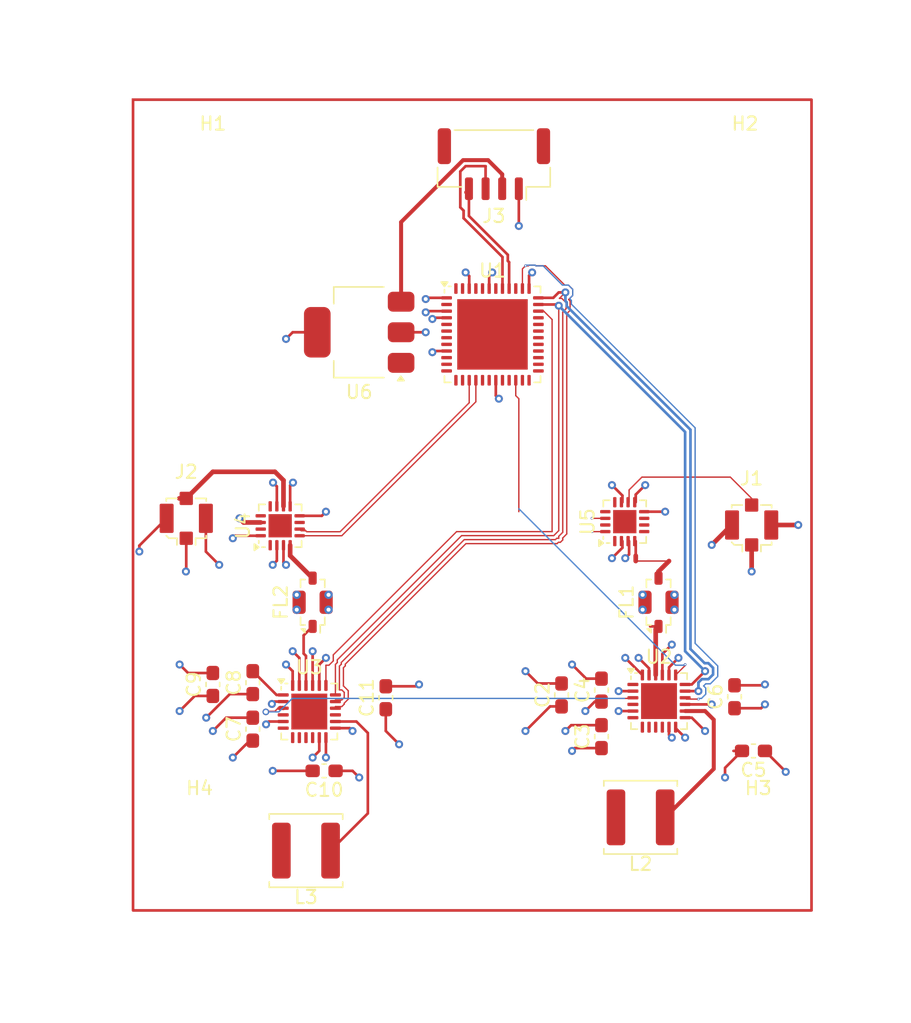
<source format=kicad_pcb>
(kicad_pcb (version 20241229) (generator "pcbnew") (generator_version "9.0")
  (layers (0 "F.Cu" signal) (4 "In1.Cu" signal) (6 "In2.Cu" signal) (2 "B.Cu" signal) (13 "F.Paste" user) (15 "B.Paste" user) (5 "F.SilkS" user "F.Silkscreen") (7 "B.SilkS" user "B.Silkscreen") (1 "F.Mask" user) (3 "B.Mask" user) (25 "Edge.Cuts" user))
  (net 0 "")
  (net 1 "GND")
  (net 2 "Net-(U2-VR_PA)")
  (net 3 "+3.3V")
  (net 4 "Net-(U3-VR_PA)")
  (net 5 "Net-(FL1-GND-Pad2)")
  (net 6 "Net-(FL1-OUT)")
  (net 7 "Net-(FL2-GND-Pad2)")
  (net 8 "Net-(FL2-OUT)")
  (net 9 "Net-(J1-In)")
  (net 10 "unconnected-(J2-Ext-Pad2)")
  (net 11 "Net-(J2-In)")
  (net 12 "/VCC")
  (net 13 "Net-(U2-DCC_SW)")
  (net 14 "Net-(U3-DCC_SW)")
  (net 15 "/CS1")
  (net 22 "/MOSI")
  (net 31 "/SCK")
  (net 33 "/TX")
  (net 39 "/RXENO")
  (net 42 "/TXENO")
  (net 46 "/CS0")
  (net 50 "/TXEN1")
  (net 53 "Net-(U2-XTB)")
  (net 56 "/NRESET")
  (net 57 "/MISO")
  (net 59 "Net-(U2-XTA)")
  (net 61 "Net-(U3-XTA)")
  (net 65 "Net-(U3-XTB)")
  (net 74 "rx")
  (footprint "Package_DFN_QFN:QFN-16-1EP_3x3mm_P0.5mm_EP1.75x1.75mm" (layer "F.Cu") (at 218.9625 103.75 90)
    (property "Reference" "U5")
    (property "Value" "~")
  )
  (footprint "Package_DFN_QFN:QFN-24-1EP_4x4mm_P0.5mm_EP2.7x2.7mm" (layer "F.Cu") (at 195.25 118.0375)
    (property "Reference" "U3")
    (property "Value" "~")
  )
  (footprint "MountingHole:MountingHole_3.2mm_M3" (layer "F.Cu") (at 229 128)
    (property "Reference" "H3")
    (property "Value" "MountingHole")
  )
  (footprint "Capacitor_SMD:C_0603_1608Metric_Pad1.08x0.95mm_HandSolder" (layer "F.Cu") (at 201 117 90)
    (property "Reference" "C11")
    (property "Value" "100nF")
  )
  (footprint "Capacitor_SMD:C_0603_1608Metric_Pad1.08x0.95mm_HandSolder" (layer "F.Cu") (at 191 119.3625 90)
    (property "Reference" "C7")
    (property "Value" "10nF")
  )
  (footprint "MountingHole:MountingHole_3.2mm_M3" (layer "F.Cu") (at 187 128)
    (property "Reference" "H4")
    (property "Value" "MountingHole")
  )
  (footprint "Capacitor_SMD:C_0603_1608Metric_Pad1.08x0.95mm_HandSolder" (layer "F.Cu") (at 191 115.8625 90)
    (property "Reference" "C8")
    (property "Value" "10nF")
  )
  (footprint "Capacitor_SMD:C_0603_1608Metric_Pad1.08x0.95mm_HandSolder" (layer "F.Cu") (at 227.2125 116.925 90)
    (property "Reference" "C6")
    (property "Value" "100nF")
  )
  (footprint "Inductor_SMD:L_APV_ANR5045" (layer "F.Cu") (at 220.15 126 180)
    (property "Reference" "L2")
    (property "Value" "15uH KPL-SE9040-150")
  )
  (footprint "Capacitor_SMD:C_0603_1608Metric_Pad1.08x0.95mm_HandSolder" (layer "F.Cu") (at 217.2125 119.925 90)
    (property "Reference" "C3")
    (property "Value" "10nF")
  )
  (footprint "MountingHole:MountingHole_3.2mm_M3" (layer "F.Cu") (at 228 78)
    (property "Reference" "H2")
    (property "Value" "MountingHole")
  )
  (footprint "Package_TO_SOT_SMD:SOT-223-3_TabPin2" (layer "F.Cu") (at 199 89.5 180)
    (property "Reference" "U6")
    (property "Value" "~")
  )
  (footprint "Connector_Coaxial:U.FL_Molex_MCRF_73412-0110_Vertical" (layer "F.Cu") (at 186 103.5 180)
    (property "Reference" "J2")
    (property "Value" "Conn_Coaxial")
  )
  (footprint "Package_DFN_QFN:QFN-16-1EP_3x3mm_P0.5mm_EP1.75x1.75mm" (layer "F.Cu") (at 193.06 104.06 90)
    (property "Reference" "U4")
    (property "Value" "~")
  )
  (footprint "Capacitor_SMD:C_0603_1608Metric_Pad1.08x0.95mm_HandSolder" (layer "F.Cu") (at 188 116 90)
    (property "Reference" "C9")
    (property "Value" "470nF")
  )
  (footprint "Filter:Filter_Mini-Circuits_FV1206-4" (layer "F.Cu") (at 221.5 109.815 90)
    (property "Reference" "FL1")
    (property "Value" "BFCN-2450")
  )
  (footprint "Connector_JST:JST_GH_SM04B-GHS-TB_1x04-1MP_P1.25mm_Horizontal" (layer "F.Cu") (at 209.125 76.85 180)
    (property "Reference" "J3")
    (property "Value" "Conn_01x04_Pin")
  )
  (footprint "Capacitor_SMD:C_0603_1608Metric_Pad1.08x0.95mm_HandSolder" (layer "F.Cu") (at 214.2125 116.7875 90)
    (property "Reference" "C2")
    (property "Value" "10nF")
  )
  (footprint "Filter:Filter_Mini-Circuits_FV1206-4" (layer "F.Cu") (at 195.5 109.815 90)
    (property "Reference" "FL2")
    (property "Value" "BFCN-2450")
  )
  (footprint "Capacitor_SMD:C_0603_1608Metric_Pad1.08x0.95mm_HandSolder" (layer "F.Cu") (at 217.2125 116.425 90)
    (property "Reference" "C4")
    (property "Value" "470nF")
  )
  (footprint "Inductor_SMD:L_APV_ANR5045" (layer "F.Cu") (at 195 128.5 180)
    (property "Reference" "L3")
    (property "Value" "15uH KPL-SE9040-150")
  )
  (footprint "Connector_Coaxial:U.FL_Molex_MCRF_73412-0110_Vertical" (layer "F.Cu") (at 228.5 104 180)
    (property "Reference" "J1")
    (property "Value" "Conn_Coaxial")
  )
  (footprint "Package_DFN_QFN:QFN-24-1EP_4x4mm_P0.5mm_EP2.7x2.7mm" (layer "F.Cu") (at 221.5375 117.25)
    (property "Reference" "U2")
    (property "Value" "~")
  )
  (footprint "Package_DFN_QFN:QFN-48-1EP_7x7mm_P0.5mm_EP5.3x5.3mm" (layer "F.Cu") (at 209.02 89.66)
    (property "Reference" "U1")
    (property "Value" "ESP32-PICO-D4")
  )
  (footprint "Capacitor_SMD:C_0603_1608Metric_Pad1.08x0.95mm_HandSolder" (layer "F.Cu") (at 228.6375 121 180)
    (property "Reference" "C5")
    (property "Value" "100nF")
  )
  (footprint "Capacitor_SMD:C_0603_1608Metric_Pad1.08x0.95mm_HandSolder" (layer "F.Cu") (at 196.3625 122.5 180)
    (property "Reference" "C10")
    (property "Value" "100nF")
  )
  (footprint "MountingHole:MountingHole_3.2mm_M3" (layer "F.Cu") (at 188 78)
    (property "Reference" "H1")
    (property "Value" "MountingHole")
  )
  (gr_rect (start 182 72) (end 233 133) (stroke (width 0.2)) (fill no) (layer "F.Cu") (net 10))
  (segment (start 221.7875 113.7125) (end 222.5 113) (width 0.2) (layer "F.Cu") (net 1))
  (segment (start 211 78.7) (end 211 81.5) (width 0.2) (layer "F.Cu") (net 1))
  (segment (start 219.7875 101.7125) (end 219.7875 102.2875) (width 0.2) (layer "F.Cu") (net 1))
  (segment (start 193.81 101.0225) (end 194.0225 100.81) (width 0.2) (layer "F.Cu") (net 1))
  (segment (start 209.02 89.66) (end 209.02 89.48) (width 0.3) (layer "F.Cu") (net 1))
  (segment (start 227.775 121) (end 226.5 122.275) (width 0.2) (layer "F.Cu") (net 1))
  (segment (start 186.1375 115.1375) (end 185.5 114.5) (width 0.2) (layer "F.Cu") (net 1))
  (segment (start 221.7875 115.2875) (end 221.7875 113.7125) (width 0.2) (layer "F.Cu") (net 1))
  (segment (start 214.2125 117.65) (end 213.35 117.65) (width 0.2) (layer "F.Cu") (net 1))
  (segment (start 218 101) (end 218.7875 101.7875) (width 0.2) (layer "F.Cu") (net 1))
  (segment (start 192.81 101.0975) (end 192.5225 100.81) (width 0.2) (layer "F.Cu") (net 1))
  (segment (start 193.2875 118.7875) (end 192.2125 118.7875) (width 0.2) (layer "F.Cu") (net 1))
  (segment (start 196.19 103.31) (end 196.5 103) (width 0.2) (layer "F.Cu") (net 1))
  (segment (start 195.5 122.5) (end 192.5 122.5) (width 0.2) (layer "F.Cu") (net 1))
  (segment (start 196 114.5) (end 196.5 114) (width 0.2) (layer "F.Cu") (net 1))
  (segment (start 209.02 89.66) (end 209.02 90.02) (width 0.3) (layer "F.Cu") (net 1))
  (segment (start 219.575 118) (end 218.5 118) (width 0.2) (layer "F.Cu") (net 1))
  (segment (start 208.84 89.66) (end 209.02 89.66) (width 0.3) (layer "F.Cu") (net 1))
  (segment (start 217.2125 115.5625) (end 216.0625 115.5625) (width 0.2) (layer "F.Cu") (net 1))
  (segment (start 209.02 90.02) (end 211 92) (width 0.3) (layer "F.Cu") (net 1))
  (segment (start 193.31 106.81) (end 193.5 107) (width 0.2) (layer "F.Cu") (net 1))
  (segment (start 197.2125 119.2875) (end 198.2875 119.2875) (width 0.2) (layer "F.Cu") (net 1))
  (segment (start 208.84 89.66) (end 207 91.5) (width 0.3) (layer "F.Cu") (net 1))
  (segment (start 192.81 105.5225) (end 192.81 106.69) (width 0.2) (layer "F.Cu") (net 1))
  (segment (start 194.5 114) (end 194 113.5) (width 0.2) (layer "F.Cu") (net 1))
  (segment (start 191 116.725) (end 189.275 116.725) (width 0.2) (layer "F.Cu") (net 1))
  (segment (start 219.2875 106.2125) (end 219 106.5) (width 0.2) (layer "F.Cu") (net 1))
  (segment (start 218.7875 101.7875) (end 218.7875 102.2875) (width 0.2) (layer "F.Cu") (net 1))
  (segment (start 229.975 104) (end 232 104) (width 0.35) (layer "F.Cu") (net 1))
  (segment (start 190.775 120.225) (end 189.5 121.5) (width 0.2) (layer "F.Cu") (net 1))
  (segment (start 189.275 116.725) (end 187.5 118.5) (width 0.2) (layer "F.Cu") (net 1))
  (segment (start 192.81 106.69) (end 192.5 107) (width 0.2) (layer "F.Cu") (net 1))
  (segment (start 191 120.225) (end 190.775 120.225) (width 0.2) (layer "F.Cu") (net 1))
  (segment (start 228.5 105.5) (end 228.5 107.5) (width 0.35) (layer "F.Cu") (net 1))
  (segment (start 194.5 116.075) (end 194.5 114) (width 0.2) (layer "F.Cu") (net 1))
  (segment (start 203.3625 116.1375) (end 203.5 116) (width 0.2) (layer "F.Cu") (net 1))
  (segment (start 192.81 102.5975) (end 192.81 101.0975) (width 0.2) (layer "F.Cu") (net 1))
  (segment (start 223.5 118.5) (end 224 118.5) (width 0.2) (layer "F.Cu") (net 1))
  (segment (start 193.31 105.5225) (end 193.31 106.81) (width 0.2) (layer "F.Cu") (net 1))
  (segment (start 227.2125 116.0625) (end 229.4375 116.0625) (width 0.2) (layer "F.Cu") (net 1))
  (segment (start 209.02 89.48) (end 211 87.5) (width 0.3) (layer "F.Cu") (net 1))
  (segment (start 194.5225 103.31) (end 196.19 103.31) (width 0.2) (layer "F.Cu") (net 1))
  (segment (start 218 106.5) (end 218.7875 105.7125) (width 0.2) (layer "F.Cu") (net 1))
  (segment (start 218.7875 105.7125) (end 218.7875 105.2125) (width 0.2) (layer "F.Cu") (net 1))
  (segment (start 192.2125 118.7875) (end 192 119) (width 0.2) (layer "F.Cu") (net 1))
  (segment (start 188 115.1375) (end 186.1375 115.1375) (width 0.2) (layer "F.Cu") (net 1))
  (segment (start 220.2875 115.2875) (end 219 114) (width 0.2) (layer "F.Cu") (net 1))
  (segment (start 216.0625 115.5625) (end 215 114.5) (width 0.2) (layer "F.Cu") (net 1))
  (segment (start 220.5 103) (end 222 103) (width 0.2) (layer "F.Cu") (net 1))
  (segment (start 201 116.1375) (end 203.3625 116.1375) (width 0.2) (layer "F.Cu") (net 1))
  (segment (start 226.5 122.275) (end 226.5 123) (width 0.2) (layer "F.Cu") (net 1))
  (segment (start 198.2875 119.2875) (end 198.5 119.5) (width 0.2) (layer "F.Cu") (net 1))
  (segment (start 227.775 121) (end 227.1375 121) (width 0.2) (layer "F.Cu") (net 1))
  (segment (start 222.2875 115.2875) (end 222.2875 114.7125) (width 0.2) (layer "F.Cu") (net 1))
  (segment (start 227 104) (end 225.5 105.5) (width 0.35) (layer "F.Cu") (net 1))
  (segment (start 229.4375 116.0625) (end 229.5 116) (width 0.2) (layer "F.Cu") (net 1))
  (segment (start 224 118.5) (end 225 119.5) (width 0.2) (layer "F.Cu") (net 1))
  (segment (start 195.5 116.075) (end 195.5 113.5) (width 0.2) (layer "F.Cu") (net 1))
  (segment (start 196 116.075) (end 196 114.5) (width 0.2) (layer "F.Cu") (net 1))
  (segment (start 219.2875 105.2125) (end 219.2875 106.2125) (width 0.2) (layer "F.Cu") (net 1))
  (segment (start 194 116.075) (end 194 115) (width 0.2) (layer "F.Cu") (net 1))
  (segment (start 220.7875 115.2875) (end 220.7875 114.7875) (width 0.2) (layer "F.Cu") (net 1))
  (segment (start 209.02 89.66) (end 209.02 89.52) (width 0.3) (layer "F.Cu") (net 1))
  (segment (start 194 115) (end 193.5 114.5) (width 0.2) (layer "F.Cu") (net 1))
  (segment (start 227.025 104) (end 227 104) (width 0.35) (layer "F.Cu") (net 1))
  (segment (start 217.2125 115.5625) (end 217.0625 115.5625) (width 0.2) (layer "F.Cu") (net 1))
  (segment (start 222.2875 114.7125) (end 223 114) (width 0.2) (layer "F.Cu") (net 1))
  (segment (start 215.2125 120.7875) (end 215 121) (width 0.2) (layer "F.Cu") (net 1))
  (segment (start 193.81 102.5975) (end 193.81 101.0225) (width 0.2) (layer "F.Cu") (net 1))
  (segment (start 209.02 89.52) (end 207 87.5) (width 0.3) (layer "F.Cu") (net 1))
  (segment (start 220.5 101) (end 219.7875 101.7125) (width 0.2) (layer "F.Cu") (net 1))
  (segment (start 220.7875 114.7875) (end 220 114) (width 0.2) (layer "F.Cu") (net 1))
  (segment (start 217.2125 120.7875) (end 215.2125 120.7875) (width 0.2) (layer "F.Cu") (net 1))
  (segment (start 213.35 117.65) (end 211.5 119.5) (width 0.2) (layer "F.Cu") (net 1))
  (via (at 187.5 118.5) (size 0.6) (drill 0.3) (layers "F.Cu" "B.Cu") (net 1))
  (via (at 218.5 118) (size 0.6) (drill 0.3) (layers "F.Cu" "B.Cu") (net 1))
  (via (at 226.5 123) (size 0.6) (drill 0.3) (layers "F.Cu" "B.Cu") (net 1))
  (via (at 195.5 113.5) (size 0.6) (drill 0.3) (layers "F.Cu" "B.Cu") (net 1))
  (via (at 192.5225 100.81) (size 0.6) (drill 0.3) (layers "F.Cu" "B.Cu") (net 1))
  (via (at 196.5 114) (size 0.6) (drill 0.3) (layers "F.Cu" "B.Cu") (net 1))
  (via (at 225 119.5) (size 0.6) (drill 0.3) (layers "F.Cu" "B.Cu") (net 1))
  (via (at 220.5 101) (size 0.6) (drill 0.3) (layers "F.Cu" "B.Cu") (net 1))
  (via (at 215 121) (size 0.6) (drill 0.3) (layers "F.Cu" "B.Cu") (net 1))
  (via (at 218 106.5) (size 0.6) (drill 0.3) (layers "F.Cu" "B.Cu") (net 1))
  (via (at 228.5 107.5) (size 0.6) (drill 0.3) (layers "F.Cu" "B.Cu") (net 1))
  (via (at 222.5 113) (size 0.6) (drill 0.3) (layers "F.Cu" "B.Cu") (net 1))
  (via (at 219 106.5) (size 0.6) (drill 0.3) (layers "F.Cu" "B.Cu") (net 1))
  (via (at 225.5 105.5) (size 0.6) (drill 0.3) (layers "F.Cu" "B.Cu") (net 1))
  (via (at 192 119) (size 0.6) (drill 0.3) (layers "F.Cu" "B.Cu") (net 1))
  (via (at 223 114) (size 0.6) (drill 0.3) (layers "F.Cu" "B.Cu") (net 1))
  (via (at 220 114) (size 0.6) (drill 0.3) (layers "F.Cu" "B.Cu") (net 1))
  (via (at 194.0225 100.81) (size 0.6) (drill 0.3) (layers "F.Cu" "B.Cu") (net 1))
  (via (at 211.5 119.5) (size 0.6) (drill 0.3) (layers "F.Cu" "B.Cu") (net 1))
  (via (at 193.5 114.5) (size 0.6) (drill 0.3) (layers "F.Cu" "B.Cu") (net 1))
  (via (at 203.5 116) (size 0.6) (drill 0.3) (layers "F.Cu" "B.Cu") (net 1))
  (via (at 222 103) (size 0.6) (drill 0.3) (layers "F.Cu" "B.Cu") (net 1))
  (via (at 198.5 119.5) (size 0.6) (drill 0.3) (layers "F.Cu" "B.Cu") (net 1))
  (via (at 192.5 107) (size 0.6) (drill 0.3) (layers "F.Cu" "B.Cu") (net 1))
  (via (at 192.5 122.5) (size 0.6) (drill 0.3) (layers "F.Cu" "B.Cu") (net 1))
  (via (at 193.5 107) (size 0.6) (drill 0.3) (layers "F.Cu" "B.Cu") (net 1))
  (via (at 196.5 103) (size 0.6) (drill 0.3) (layers "F.Cu" "B.Cu") (net 1))
  (via (at 232 104) (size 0.6) (drill 0.3) (layers "F.Cu" "B.Cu") (net 1))
  (via (at 194 113.5) (size 0.6) (drill 0.3) (layers "F.Cu" "B.Cu") (net 1))
  (via (at 218 101) (size 0.6) (drill 0.3) (layers "F.Cu" "B.Cu") (net 1))
  (via (at 189.5 121.5) (size 0.6) (drill 0.3) (layers "F.Cu" "B.Cu") (net 1))
  (via (at 229.5 116) (size 0.6) (drill 0.3) (layers "F.Cu" "B.Cu") (net 1))
  (via (at 185.5 114.5) (size 0.6) (drill 0.3) (layers "F.Cu" "B.Cu") (net 1))
  (via (at 211 81.5) (size 0.6) (drill 0.3) (layers "F.Cu" "B.Cu") (net 1))
  (via (at 219 114) (size 0.6) (drill 0.3) (layers "F.Cu" "B.Cu") (net 1))
  (via (at 215 114.5) (size 0.6) (drill 0.3) (layers "F.Cu" "B.Cu") (net 1))
  (segment (start 205.57 88.41) (end 204.59 88.41) (width 0.2) (layer "F.Cu") (net 3))
  (segment (start 204.09 86.91) (end 204 87) (width 0.2) (layer "F.Cu") (net 3))
  (segment (start 205.57 90.91) (end 204.59 90.91) (width 0.2) (layer "F.Cu") (net 3))
  (segment (start 204.59 90.91) (end 204.5 91) (width 0.2) (layer "F.Cu") (net 3))
  (segment (start 201 117.8625) (end 201 119.5) (width 0.2) (layer "F.Cu") (net 3))
  (segment (start 217.2125 119.0625) (end 214.9375 119.0625) (width 0.2) (layer "F.Cu") (net 3))
  (segment (start 205.57 86.91) (end 204.09 86.91) (width 0.2) (layer "F.Cu") (net 3))
  (segment (start 217.5 103.5) (end 216.5 103.5) (width 0.1) (layer "F.Cu") (net 3))
  (segment (start 198.5 122.5) (end 199 123) (width 0.2) (layer "F.Cu") (net 3))
  (segment (start 212.425 115.925) (end 211.5 115) (width 0.2) (layer "F.Cu") (net 3))
  (segment (start 191.5975 104.81) (end 189.69 104.81) (width 0.2) (layer "F.Cu") (net 3))
  (segment (start 196 120) (end 196 121) (width 0.2) (layer "F.Cu") (net 3))
  (segment (start 196 121) (end 195.5 121.5) (width 0.2) (layer "F.Cu") (net 3))
  (segment (start 205.57 87.91) (end 204.09 87.91) (width 0.2) (layer "F.Cu") (net 3))
  (segment (start 189 118.5) (end 188 119.5) (width 0.2) (layer "F.Cu") (net 3))
  (segment (start 216.7125 117.2875) (end 216 118) (width 0.2) (layer "F.Cu") (net 3))
  (segment (start 204.59 88.41) (end 204.5 88.5) (width 0.2) (layer "F.Cu") (net 3))
  (segment (start 211.77 86.21) (end 211.77 85.23) (width 0.2) (layer "F.Cu") (net 3))
  (segment (start 217.2125 117.2875) (end 216.7125 117.2875) (width 0.2) (layer "F.Cu") (net 3))
  (segment (start 188 116.8625) (end 186.6375 116.8625) (width 0.2) (layer "F.Cu") (net 3))
  (segment (start 202.15 89.5) (end 204 89.5) (width 0.2) (layer "F.Cu") (net 3))
  (segment (start 191 118.5) (end 189 118.5) (width 0.2) (layer "F.Cu") (net 3))
  (segment (start 197.225 122.5) (end 198.5 122.5) (width 0.2) (layer "F.Cu") (net 3))
  (segment (start 190.31 103.81) (end 190 103.5) (width 0.35) (layer "F.Cu") (net 3))
  (segment (start 208.77 85.23) (end 209 85) (width 0.2) (layer "F.Cu") (net 3))
  (segment (start 194 89.5) (end 193.5 90) (width 0.2) (layer "F.Cu") (net 3))
  (segment (start 229.2125 117.7875) (end 229.5 117.5) (width 0.2) (layer "F.Cu") (net 3))
  (segment (start 229.5 121) (end 231.0625 122.5625) (width 0.2) (layer "F.Cu") (net 3))
  (segment (start 222.7875 119.2875) (end 223.5 120) (width 0.2) (layer "F.Cu") (net 3))
  (segment (start 225.5 117.5) (end 223.5 117.5) (width 0.2) (layer "F.Cu") (net 3))
  (segment (start 191.5975 103.81) (end 190.31 103.81) (width 0.35) (layer "F.Cu") (net 3))
  (segment (start 196.5 120) (end 196.5 121.5) (width 0.2) (layer "F.Cu") (net 3))
  (segment (start 207.27 85.27) (end 207 85) (width 0.2) (layer "F.Cu") (net 3))
  (segment (start 201 119.5) (end 202 120.5) (width 0.2) (layer "F.Cu") (net 3))
  (segment (start 186.6375 116.8625) (end 185.5 118) (width 0.2) (layer "F.Cu") (net 3))
  (segment (start 222.2875 119.2125) (end 222.2875 119.7875) (width 0.2) (layer "F.Cu") (net 3))
  (segment (start 193.2875 117.2875) (end 192.615832 117.2875) (width 0.2) (layer "F.Cu") (net 3))
  (segment (start 222.7875 119.2125) (end 222.7875 119.2875) (width 0.2) (layer "F.Cu") (net 3))
  (segment (start 209.27 94.27) (end 209.5 94.5) (width 0.2) (layer "F.Cu") (net 3))
  (segment (start 227.2125 117.7875) (end 229.2125 117.7875) (width 0.2) (layer "F.Cu") (net 3))
  (segment (start 209.27 93.11) (end 209.27 94.27) (width 0.2) (layer "F.Cu") (net 3))
  (segment (start 195.85 89.5) (end 194 89.5) (width 0.2) (layer "F.Cu") (net 3))
  (segment (start 219.575 116.5) (end 218.5 116.5) (width 0.2) (layer "F.Cu") (net 3))
  (segment (start 214.2125 115.925) (end 212.425 115.925) (width 0.2) (layer "F.Cu") (net 3))
  (segment (start 231.0625 122.5625) (end 231.0625 122.575) (width 0.2) (layer "F.Cu") (net 3))
  (segment (start 211.77 85.23) (end 212 85) (width 0.2) (layer "F.Cu") (net 3))
  (segment (start 204.09 87.91) (end 204 88) (width 0.2) (layer "F.Cu") (net 3))
  (segment (start 207.27 86.21) (end 207.27 85.27) (width 0.2) (layer "F.Cu") (net 3))
  (segment (start 222.2875 119.7875) (end 222.5 120) (width 0.2) (layer "F.Cu") (net 3))
  (segment (start 189.69 104.81) (end 189.5 105) (width 0.2) (layer "F.Cu") (net 3))
  (segment (start 214.9375 119.0625) (end 214.5 119.5) (width 0.2) (layer "F.Cu") (net 3))
  (segment (start 208.77 86.21) (end 208.77 85.23) (width 0.2) (layer "F.Cu") (net 3))
  (segment (start 217.5 104.5) (end 216.5 104.5) (width 0.1) (layer "F.Cu") (net 3))
  (segment (start 192.615832 117.2875) (end 192.436812 117.46652) (width 0.2) (layer "F.Cu") (net 3))
  (via (at 202 120.5) (size 0.6) (drill 0.3) (layers "F.Cu" "B.Cu") (net 3))
  (via (at 195.5 121.5) (size 0.6) (drill 0.3) (layers "F.Cu" "B.Cu") (net 3))
  (via (at 204 87) (size 0.6) (drill 0.3) (layers "F.Cu" "B.Cu") (net 3))
  (via (at 204 89.5) (size 0.6) (drill 0.3) (layers "F.Cu" "B.Cu") (net 3))
  (via (at 216.5 104.5) (size 0.2) (drill 0.1) (layers "F.Cu" "B.Cu") (net 3))
  (via (at 222.5 120) (size 0.6) (drill 0.3) (layers "F.Cu" "B.Cu") (net 3))
  (via (at 214.5 119.5) (size 0.6) (drill 0.3) (layers "F.Cu" "B.Cu") (net 3))
  (via (at 212 85) (size 0.6) (drill 0.3) (layers "F.Cu" "B.Cu") (net 3))
  (via (at 199 123) (size 0.6) (drill 0.3) (layers "F.Cu" "B.Cu") (net 3))
  (via (at 223.5 120) (size 0.6) (drill 0.3) (layers "F.Cu" "B.Cu") (net 3))
  (via (at 204.5 88.5) (size 0.6) (drill 0.3) (layers "F.Cu" "B.Cu") (net 3))
  (via (at 218.5 116.5) (size 0.6) (drill 0.3) (layers "F.Cu" "B.Cu") (net 3))
  (via (at 204.5 91) (size 0.6) (drill 0.3) (layers "F.Cu" "B.Cu") (net 3))
  (via (at 225.5 117.5) (size 0.6) (drill 0.3) (layers "F.Cu" "B.Cu") (net 3))
  (via (at 185.5 118) (size 0.6) (drill 0.3) (layers "F.Cu" "B.Cu") (net 3))
  (via (at 207 85) (size 0.6) (drill 0.3) (layers "F.Cu" "B.Cu") (net 3))
  (via (at 216 118) (size 0.6) (drill 0.3) (layers "F.Cu" "B.Cu") (net 3))
  (via (at 192.436812 117.46652) (size 0.6) (drill 0.3) (layers "F.Cu" "B.Cu") (net 3))
  (via (at 216.5 103.5) (size 0.2) (drill 0.1) (layers "F.Cu" "B.Cu") (net 3))
  (via (at 196.5 121.5) (size 0.6) (drill 0.3) (layers "F.Cu" "B.Cu") (net 3))
  (via (at 229.5 117.5) (size 0.6) (drill 0.3) (layers "F.Cu" "B.Cu") (net 3))
  (via (at 189.5 105) (size 0.6) (drill 0.3) (layers "F.Cu" "B.Cu") (net 3))
  (via (at 193.5 90) (size 0.6) (drill 0.3) (layers "F.Cu" "B.Cu") (net 3))
  (via (at 190 103.5) (size 0.6) (drill 0.3) (layers "F.Cu" "B.Cu") (net 3))
  (via (at 209.5 94.5) (size 0.6) (drill 0.3) (layers "F.Cu" "B.Cu") (net 3))
  (via (at 209 85) (size 0.6) (drill 0.3) (layers "F.Cu" "B.Cu") (net 3))
  (via (at 204 88) (size 0.6) (drill 0.3) (layers "F.Cu" "B.Cu") (net 3))
  (via (at 231.0625 122.575) (size 0.6) (drill 0.3) (layers "F.Cu" "B.Cu") (net 3))
  (via (at 211.5 115) (size 0.6) (drill 0.3) (layers "F.Cu" "B.Cu") (net 3))
  (via (at 188 119.5) (size 0.6) (drill 0.3) (layers "F.Cu" "B.Cu") (net 3))
  (segment (start 193.2875 116.7875) (end 192.7875 116.7875) (width 0.2) (layer "F.Cu") (net 4))
  (segment (start 192.7875 116.7875) (end 191 115) (width 0.2) (layer "F.Cu") (net 4))
  (segment (start 219.7875 105.2125) (end 219.7875 106.3135) (width 0.2) (layer "F.Cu") (net 6))
  (segment (start 221.5 107.5) (end 221.5 108) (width 0.35) (layer "F.Cu") (net 6))
  (segment (start 222.2875 106.7125) (end 221.5 107.5) (width 0.35) (layer "F.Cu") (net 6))
  (segment (start 219.7875 106.7125) (end 222.2875 106.7125) (width 0.1) (layer "F.Cu") (net 6))
  (segment (start 219.7875 106.3135) (end 219.7875 106.7125) (width 0.35) (layer "F.Cu") (net 6))
  (segment (start 193.81 105.5225) (end 193.81 105.81) (width 0.2) (layer "F.Cu") (net 8))
  (segment (start 193.81 106.31) (end 195.5 108) (width 0.35) (layer "F.Cu") (net 8))
  (segment (start 193.81 105.5225) (end 193.81 106.31) (width 0.35) (layer "F.Cu") (net 8))
  (segment (start 221.5 111.63) (end 220.87 111.63) (width 0.2) (layer "F.Cu") (net 9))
  (segment (start 221.2875 111.8425) (end 221.5 111.63) (width 0.35) (layer "F.Cu") (net 9))
  (segment (start 220.251057 100.399) (end 219.2875 101.362557) (width 0.1) (layer "F.Cu") (net 9))
  (segment (start 221.2875 115.2875) (end 221.2875 111.8425) (width 0.35) (layer "F.Cu") (net 9))
  (segment (start 228.5 102) (end 226.899 100.399) (width 0.1) (layer "F.Cu") (net 9))
  (segment (start 228.5 102.5) (end 228.5 102) (width 0.1) (layer "F.Cu") (net 9))
  (segment (start 219.2875 101.362557) (end 219.2875 102.2875) (width 0.1) (layer "F.Cu") (net 9))
  (segment (start 226.899 100.399) (end 220.251057 100.399) (width 0.1) (layer "F.Cu") (net 9))
  (segment (start 186 105) (end 186 107.475) (width 0.2) (layer "F.Cu") (net 10))
  (segment (start 182.475 105.55) (end 182.475 106) (width 0.2) (layer "F.Cu") (net 10))
  (segment (start 184.525 103.5) (end 182.475 105.55) (width 0.2) (layer "F.Cu") (net 10))
  (segment (start 187.475 106) (end 188.475 107) (width 0.2) (layer "F.Cu") (net 10))
  (segment (start 186 107.475) (end 185.975 107.5) (width 0.2) (layer "F.Cu") (net 10))
  (segment (start 187.475 103.5) (end 187.475 106) (width 0.2) (layer "F.Cu") (net 10))
  (via (at 185.975 107.5) (size 0.6) (drill 0.3) (layers "F.Cu" "B.Cu") (net 10))
  (via (at 182.475 106) (size 0.6) (drill 0.3) (layers "F.Cu" "B.Cu") (net 10))
  (via (at 188.475 107) (size 0.6) (drill 0.3) (layers "F.Cu" "B.Cu") (net 10))
  (segment (start 194.824 112.306) (end 194.824 113.673943) (width 0.2) (layer "F.Cu") (net 11))
  (segment (start 188 100) (end 192.668509 100) (width 0.35) (layer "F.Cu") (net 11))
  (segment (start 194.824 113.673943) (end 195 113.849943) (width 0.2) (layer "F.Cu") (net 11))
  (segment (start 186 102) (end 188 100) (width 0.35) (layer "F.Cu") (net 11))
  (segment (start 192.668509 100) (end 193.31 100.641491) (width 0.35) (layer "F.Cu") (net 11))
  (segment (start 193.31 100.641491) (end 193.31 102.5975) (width 0.35) (layer "F.Cu") (net 11))
  (segment (start 195 113.849943) (end 195 116.075) (width 0.2) (layer "F.Cu") (net 11))
  (segment (start 186 102) (end 185.475 102) (width 0.35) (layer "F.Cu") (net 11))
  (segment (start 195.5 111.63) (end 194.824 112.306) (width 0.2) (layer "F.Cu") (net 11))
  (segment (start 206.81319 76.549) (end 202.15 81.21219) (width 0.3) (layer "F.Cu") (net 12))
  (segment (start 209.75 78.7) (end 209.75 77.61219) (width 0.3) (layer "F.Cu") (net 12))
  (segment (start 202.15 81.21219) (end 202.15 87.2) (width 0.3) (layer "F.Cu") (net 12))
  (segment (start 208.68681 76.549) (end 206.81319 76.549) (width 0.3) (layer "F.Cu") (net 12))
  (segment (start 209.75 77.61219) (end 208.68681 76.549) (width 0.3) (layer "F.Cu") (net 12))
  (segment (start 225 118) (end 223.5 118) (width 0.3) (layer "F.Cu") (net 13))
  (segment (start 225.651 122.349) (end 225.651 118.651) (width 0.3) (layer "F.Cu") (net 13))
  (segment (start 225.651 118.651) (end 225 118) (width 0.3) (layer "F.Cu") (net 13))
  (segment (start 223.8625 118) (end 223.5 118) (width 0.1) (layer "F.Cu") (net 13))
  (segment (start 222 126) (end 225.651 122.349) (width 0.3) (layer "F.Cu") (net 13))
  (segment (start 196.85 128.5) (end 199.651 125.699) (width 0.2) (layer "F.Cu") (net 14))
  (segment (start 199.651 125.699) (end 199.651 119.651) (width 0.2) (layer "F.Cu") (net 14))
  (segment (start 198.7875 118.7875) (end 197.2125 118.7875) (width 0.2) (layer "F.Cu") (net 14))
  (segment (start 199.651 119.651) (end 198.7875 118.7875) (width 0.2) (layer "F.Cu") (net 14))
  (segment (start 197.051 113.771768) (end 206.322768 104.5) (width 0.1) (layer "F.Cu") (net 15))
  (segment (start 196.5 116.075) (end 196.5 114.551) (width 0.1) (layer "F.Cu") (net 15))
  (segment (start 196.5 114.551) (end 196.728232 114.551) (width 0.1) (layer "F.Cu") (net 15))
  (segment (start 212.869999 87.91) (end 212.47 87.91) (width 0.1) (layer "F.Cu") (net 15))
  (segment (start 213.5 88.540001) (end 212.869999 87.91) (width 0.1) (layer "F.Cu") (net 15))
  (segment (start 213.5 104.5) (end 213.5 88.540001) (width 0.1) (layer "F.Cu") (net 15))
  (segment (start 206.322768 104.5) (end 213.5 104.5) (width 0.1) (layer "F.Cu") (net 15))
  (segment (start 197.051 114.228232) (end 197.051 113.771768) (width 0.1) (layer "F.Cu") (net 15))
  (segment (start 196.728232 114.551) (end 197.051 114.228232) (width 0.1) (layer "F.Cu") (net 15))
  (segment (start 214 104.851356) (end 214.301 104.550356) (width 0.1) (layer "F.Cu") (net 22))
  (segment (start 197.876 116.981588) (end 197.876 116.593412) (width 0.1) (layer "F.Cu") (net 22))
  (segment (start 214.301 87.978232) (end 214.551 87.728232) (width 0.1) (layer "F.Cu") (net 22))
  (segment (start 214.301 104.550356) (end 214.301 87.978232) (width 0.1) (layer "F.Cu") (net 22))
  (segment (start 197.653 114.347) (end 206.898 105.102) (width 0.1) (layer "F.Cu") (net 22))
  (segment (start 214.228232 86.949) (end 214.051 86.949) (width 0.1) (layer "F.Cu") (net 22))
  (segment (start 213.59 86.91) (end 212.47 86.91) (width 0.2) (layer "F.Cu") (net 22))
  (segment (start 197.694088 116.4115) (end 197.5135 116.4115) (width 0.1) (layer "F.Cu") (net 22))
  (segment (start 214 105) (end 214 104.851356) (width 0.1) (layer "F.Cu") (net 22))
  (segment (start 197.2125 117.1635) (end 197.694088 117.1635) (width 0.1) (layer "F.Cu") (net 22))
  (segment (start 214.551 87.271768) (end 214.228232 86.949) (width 0.1) (layer "F.Cu") (net 22))
  (segment (start 213.749356 105.102) (end 213.851356 105) (width 0.1) (layer "F.Cu") (net 22))
  (segment (start 214.551 87.728232) (end 214.551 87.271768) (width 0.1) (layer "F.Cu") (net 22))
  (segment (start 197.653 114.477588) (end 197.653 114.347) (width 0.1) (layer "F.Cu") (net 22))
  (segment (start 197.5135 116.4115) (end 197.5135 114.617088) (width 0.1) (layer "F.Cu") (net 22))
  (segment (start 197.2125 117.2875) (end 197.2125 117.1635) (width 0.1) (layer "F.Cu") (net 22))
  (segment (start 214.051 86.949) (end 214.5 86.5) (width 0.1) (layer "F.Cu") (net 22))
  (segment (start 213.851356 105) (end 214 105) (width 0.1) (layer "F.Cu") (net 22))
  (segment (start 214.5 86.5) (end 214 86.5) (width 0.2) (layer "F.Cu") (net 22))
  (segment (start 197.876 116.593412) (end 197.694088 116.4115) (width 0.1) (layer "F.Cu") (net 22))
  (segment (start 197.694088 117.1635) (end 197.876 116.981588) (width 0.1) (layer "F.Cu") (net 22))
  (segment (start 197.5135 114.617088) (end 197.653 114.477588) (width 0.1) (layer "F.Cu") (net 22))
  (segment (start 223.5 116.5) (end 224.5 116.5) (width 0.2) (layer "F.Cu") (net 22))
  (segment (start 206.898 105.102) (end 213.749356 105.102) (width 0.1) (layer "F.Cu") (net 22))
  (segment (start 214 86.5) (end 213.59 86.91) (width 0.2) (layer "F.Cu") (net 22))
  (via (at 214.5 86.5) (size 0.6) (drill 0.3) (layers "F.Cu" "B.Cu") (net 22))
  (via (at 224.5 116.5) (size 0.6) (drill 0.3) (layers "F.Cu" "B.Cu") (net 22))
  (segment (start 224.751057 115.601) (end 225.248943 115.601) (width 0.2) (layer "B.Cu") (net 22))
  (segment (start 224.9661 114.399) (end 223.901 113.3339) (width 0.2) (layer "B.Cu") (net 22))
  (segment (start 223.901 96.8339) (end 214.601 87.5339) (width 0.2) (layer "B.Cu") (net 22))
  (segment (start 214.601 87.5339) (end 214.601 87.251057) (width 0.2) (layer "B.Cu") (net 22))
  (segment (start 224.5 115.852057) (end 224.751057 115.601) (width 0.2) (layer "B.Cu") (net 22))
  (segment (start 225.601 115.248943) (end 225.601 114.751057) (width 0.2) (layer "B.Cu") (net 22))
  (segment (start 224.5 116.5) (end 224.5 115.852057) (width 0.2) (layer "B.Cu") (net 22))
  (segment (start 225.601 114.751057) (end 225.248943 114.399) (width 0.2) (layer "B.Cu") (net 22))
  (segment (start 225.248943 115.601) (end 225.601 115.248943) (width 0.2) (layer "B.Cu") (net 22))
  (segment (start 225.248943 114.399) (end 224.9661 114.399) (width 0.2) (layer "B.Cu") (net 22))
  (segment (start 214.5 87.150057) (end 214.5 86.5) (width 0.2) (layer "B.Cu") (net 22))
  (segment (start 223.901 113.3339) (end 223.901 96.8339) (width 0.2) (layer "B.Cu") (net 22))
  (segment (start 214.601 87.251057) (end 214.5 87.150057) (width 0.2) (layer "B.Cu") (net 22))
  (segment (start 214 87.5) (end 213.91 87.41) (width 0.2) (layer "F.Cu") (net 31))
  (segment (start 224 116) (end 225 115) (width 0.2) (layer "F.Cu") (net 31))
  (segment (start 214 104.425678) (end 214 87.5) (width 0.1) (layer "F.Cu") (net 31))
  (segment (start 197.352 114.35291) (end 197.352 114.148) (width 0.1) (layer "F.Cu") (net 31))
  (segment (start 223.5 116) (end 224 116) (width 0.2) (layer "F.Cu") (net 31))
  (segment (start 197.2125 114.49241) (end 197.352 114.35291) (width 0.1) (layer "F.Cu") (net 31))
  (segment (start 213.624678 104.801) (end 214 104.425678) (width 0.1) (layer "F.Cu") (net 31))
  (segment (start 197.2125 116.7875) (end 197.2125 114.49241) (width 0.1) (layer "F.Cu") (net 31))
  (segment (start 197.352 114.148) (end 206.699 104.801) (width 0.1) (layer "F.Cu") (net 31))
  (segment (start 213.91 87.41) (end 212.47 87.41) (width 0.2) (layer "F.Cu") (net 31))
  (segment (start 206.699 104.801) (end 213.624678 104.801) (width 0.1) (layer "F.Cu") (net 31))
  (via (at 214 87.5) (size 0.6) (drill 0.3) (layers "F.Cu" "B.Cu") (net 31))
  (via (at 225 115) (size 0.6) (drill 0.3) (layers "F.Cu" "B.Cu") (net 31))
  (segment (start 223.5 97) (end 214 87.5) (width 0.2) (layer "B.Cu") (net 31))
  (segment (start 223.5 113.5) (end 223.5 97) (width 0.2) (layer "B.Cu") (net 31))
  (segment (start 225 115) (end 223.5 113.5) (width 0.2) (layer "B.Cu") (net 31))
  (segment (start 206.599 80.099) (end 206.599 77.401) (width 0.2) (layer "F.Cu") (net 33))
  (segment (start 209.77 83.8371) (end 206.849 80.9161) (width 0.2) (layer "F.Cu") (net 33))
  (segment (start 206.849 80.349) (end 206.599 80.099) (width 0.2) (layer "F.Cu") (net 33))
  (segment (start 206.849 80.9161) (end 206.849 80.349) (width 0.2) (layer "F.Cu") (net 33))
  (segment (start 208.5 77) (end 208.5 78.7) (width 0.2) (layer "F.Cu") (net 33))
  (segment (start 209.77 86.21) (end 209.77 83.8371) (width 0.2) (layer "F.Cu") (net 33))
  (segment (start 206.599 77.401) (end 207 77) (width 0.2) (layer "F.Cu") (net 33))
  (segment (start 207 77) (end 208.5 77) (width 0.2) (layer "F.Cu") (net 33))
  (segment (start 194.855088 104.31) (end 195.022544 104.477456) (width 0.1) (layer "F.Cu") (net 39))
  (segment (start 197.565322 104.509) (end 207.27 94.804322) (width 0.1) (layer "F.Cu") (net 39))
  (segment (start 194.6465 104.434) (end 194.979088 104.434) (width 0.1) (layer "F.Cu") (net 39))
  (segment (start 195.054088 104.509) (end 197.565322 104.509) (width 0.1) (layer "F.Cu") (net 39))
  (segment (start 207.27 94.804322) (end 207.27 93.11) (width 0.1) (layer "F.Cu") (net 39))
  (segment (start 194.979088 104.434) (end 195.054088 104.509) (width 0.1) (layer "F.Cu") (net 39))
  (segment (start 194.5225 104.31) (end 194.6465 104.434) (width 0.1) (layer "F.Cu") (net 39))
  (segment (start 194.5225 104.31) (end 194.855088 104.31) (width 0.1) (layer "F.Cu") (net 39))
  (segment (start 223.5 114.575) (end 223.5 114.5) (width 0.1) (layer "F.Cu") (net 46))
  (segment (start 210.77 94.27) (end 211 94.5) (width 0.1) (layer "F.Cu") (net 46))
  (segment (start 211 94.5) (end 211 103) (width 0.1) (layer "F.Cu") (net 46))
  (segment (start 222.7875 115.2875) (end 223.5 114.575) (width 0.1) (layer "F.Cu") (net 46))
  (segment (start 210.77 93.11) (end 210.77 94.27) (width 0.1) (layer "F.Cu") (net 46))
  (via (at 223.5 114.5) (size 0.2) (drill 0.1) (layers "F.Cu" "B.Cu") (net 46))
  (segment (start 211 102.779232) (end 222.771768 114.551) (width 0.1) (layer "B.Cu") (net 46))
  (segment (start 222.771768 114.551) (end 223.449 114.551) (width 0.1) (layer "B.Cu") (net 46))
  (segment (start 223.449 114.551) (end 223.5 114.5) (width 0.1) (layer "B.Cu") (net 46))
  (segment (start 197.69 104.81) (end 207.77 94.73) (width 0.1) (layer "F.Cu") (net 50))
  (segment (start 207.77 94.73) (end 207.77 93.11) (width 0.1) (layer "F.Cu") (net 50))
  (segment (start 194.5225 104.81) (end 197.69 104.81) (width 0.1) (layer "F.Cu") (net 50))
  (segment (start 193.060486 117.7635) (end 192.919064 117.7635) (width 0.1) (layer "F.Cu") (net 56))
  (segment (start 193.2875 117.7875) (end 193.2635 117.7635) (width 0.3) (layer "F.Cu") (net 56))
  (segment (start 192.895064 117.7875) (end 192.665044 118.01752) (width 0.1) (layer "F.Cu") (net 56))
  (segment (start 192.665044 118.01752) (end 192.01752 118.01752) (width 0.1) (layer "F.Cu") (net 56))
  (segment (start 219.524 117.051) (end 218.5 117.051) (width 0.1) (layer "F.Cu") (net 56))
  (segment (start 193.060486 117.7635) (end 193.036486 117.7875) (width 0.3) (layer "F.Cu") (net 56))
  (segment (start 192.919064 117.7635) (end 192.665044 118.01752) (width 0.1) (layer "F.Cu") (net 56))
  (segment (start 219.575 117) (end 219.524 117.051) (width 0.1) (layer "F.Cu") (net 56))
  (segment (start 193.2635 117.7635) (end 193.060486 117.7635) (width 0.3) (layer "F.Cu") (net 56))
  (segment (start 192.01752 118.028479) (end 191.982633 118.063366) (width 0.1) (layer "F.Cu") (net 56))
  (segment (start 193.2875 117.7875) (end 192.895064 117.7875) (width 0.1) (layer "F.Cu") (net 56))
  (segment (start 192.01752 118.01752) (end 192 118) (width 0.1) (layer "F.Cu") (net 56))
  (segment (start 192.01752 118.01752) (end 192.01752 118.028479) (width 0.1) (layer "F.Cu") (net 56))
  (via (at 191.982633 118.063366) (size 0.5) (drill 0.3) (layers "F.Cu" "B.Cu") (net 56))
  (segment (start 191.982633 118.063366) (end 192.957901 118.063366) (width 0.1) (layer "B.Cu") (net 56))
  (segment (start 218.5 117.051) (end 218.949 117.051) (width 0.1) (layer "B.Cu") (net 56))
  (segment (start 192.957901 118.063366) (end 193.970267 117.051) (width 0.1) (layer "B.Cu") (net 56))
  (segment (start 193.970267 117.051) (end 218.5 117.051) (width 0.1) (layer "B.Cu") (net 56))
  (segment (start 215.051 86.728232) (end 215.051 86.271768) (width 0.1) (layer "F.Cu") (net 57))
  (segment (start 214.602 104.675034) (end 214.602 88.10291) (width 0.1) (layer "F.Cu") (net 57))
  (segment (start 211.720768 84.5) (end 211.5 84.5) (width 0.1) (layer "F.Cu") (net 57))
  (segment (start 197.818766 116.1105) (end 197.8145 116.1105) (width 0.1) (layer "F.Cu") (net 57))
  (segment (start 198.177 117.106266) (end 198.177 116.468734) (width 0.1) (layer "F.Cu") (net 57))
  (segment (start 214.301 104.976034) (end 214.602 104.675034) (width 0.1) (layer "F.Cu") (net 57))
  (segment (start 213.874034 105.403) (end 213.976034 105.301) (width 0.1) (layer "F.Cu") (net 57))
  (segment (start 197.694088 117.6635) (end 197.876 117.481588) (width 0.1) (layer "F.Cu") (net 57))
  (segment (start 197.2125 117.6635) (end 197.694088 117.6635) (width 0.1) (layer "F.Cu") (net 57))
  (segment (start 214.602 88.10291) (end 214.852 87.85291) (width 0.1) (layer "F.Cu") (net 57))
  (segment (start 197.876 117.481588) (end 197.876 117.407266) (width 0.1) (layer "F.Cu") (net 57))
  (segment (start 214.852 87.85291) (end 214.852 87.14709) (width 0.1) (layer "F.Cu") (net 57))
  (segment (start 212.228232 84.449) (end 211.771768 84.449) (width 0.1) (layer "F.Cu") (net 57))
  (segment (start 223.5 117) (end 223.6 117.1) (width 0.1) (layer "F.Cu") (net 57))
  (segment (start 211.27 84.73) (end 211.27 86.21) (width 0.1) (layer "F.Cu") (net 57))
  (segment (start 214.301 105.124678) (end 214.301 104.976034) (width 0.1) (layer "F.Cu") (net 57))
  (segment (start 215.051 86.271768) (end 214.728232 85.949) (width 0.1) (layer "F.Cu") (net 57))
  (segment (start 197.2125 117.7875) (end 197.2125 117.6635) (width 0.1) (layer "F.Cu") (net 57))
  (segment (start 197.8145 114.741766) (end 197.954 114.602266) (width 0.1) (layer "F.Cu") (net 57))
  (segment (start 214.728232 85.949) (end 214.449 85.949) (width 0.1) (layer "F.Cu") (net 57))
  (segment (start 198.177 116.468734) (end 197.818766 116.1105) (width 0.1) (layer "F.Cu") (net 57))
  (segment (start 214.449 85.949) (end 213 84.5) (width 0.1) (layer "F.Cu") (net 57))
  (segment (start 214.742071 87.037161) (end 215.051 86.728232) (width 0.1) (layer "F.Cu") (net 57))
  (segment (start 214.124678 105.301) (end 214.301 105.124678) (width 0.1) (layer "F.Cu") (net 57))
  (segment (start 197.8145 116.1105) (end 197.8145 114.741766) (width 0.1) (layer "F.Cu") (net 57))
  (segment (start 211.5 84.5) (end 211.27 84.73) (width 0.1) (layer "F.Cu") (net 57))
  (segment (start 211.771768 84.449) (end 211.720768 84.5) (width 0.1) (layer "F.Cu") (net 57))
  (segment (start 214.852 87.14709) (end 214.742071 87.037161) (width 0.1) (layer "F.Cu") (net 57))
  (segment (start 197.876 117.407266) (end 198.177 117.106266) (width 0.1) (layer "F.Cu") (net 57))
  (segment (start 213 84.5) (end 212.279232 84.5) (width 0.1) (layer "F.Cu") (net 57))
  (segment (start 212.279232 84.5) (end 212.228232 84.449) (width 0.1) (layer "F.Cu") (net 57))
  (segment (start 207.022678 105.403) (end 213.874034 105.403) (width 0.1) (layer "F.Cu") (net 57))
  (segment (start 213.976034 105.301) (end 214.124678 105.301) (width 0.1) (layer "F.Cu") (net 57))
  (segment (start 223.6 117.1) (end 224.5 117.1) (width 0.1) (layer "F.Cu") (net 57))
  (segment (start 197.954 114.602266) (end 197.954 114.471678) (width 0.1) (layer "F.Cu") (net 57))
  (segment (start 197.954 114.471678) (end 207.022678 105.403) (width 0.1) (layer "F.Cu") (net 57))
  (via (at 211.5 84.5) (size 0.2) (drill 0.1) (layers "F.Cu" "B.Cu") (net 57))
  (via (at 224.5 117.1) (size 0.2) (drill 0.1) (layers "F.Cu" "B.Cu") (net 57))
  (segment (start 225.952 114.605669) (end 224.252 112.905668) (width 0.1) (layer "B.Cu") (net 57))
  (segment (start 214.271768 85.949) (end 212.822768 84.5) (width 0.1) (layer "B.Cu") (net 57))
  (segment (start 225.051 116.728232) (end 225.051 116.271768) (width 0.1) (layer "B.Cu") (net 57))
  (segment (start 215.051 86.728232) (end 215.051 86.271768) (width 0.1) (layer "B.Cu") (net 57))
  (segment (start 225.048 115.952) (end 225.394331 115.952) (width 0.1) (layer "B.Cu") (net 57))
  (segment (start 214.851 86.928232) (end 215.051 86.728232) (width 0.1) (layer "B.Cu") (net 57))
  (segment (start 214.952 87.105669) (end 214.851 87.004668) (width 0.1) (layer "B.Cu") (net 57))
  (segment (start 224.5 117.051) (end 224.728232 117.051) (width 0.1) (layer "B.Cu") (net 57))
  (segment (start 224.252 96.688512) (end 214.952 87.388512) (width 0.1) (layer "B.Cu") (net 57))
  (segment (start 225.394331 115.952) (end 225.952 115.394332) (width 0.1) (layer "B.Cu") (net 57))
  (segment (start 214.851 87.004668) (end 214.851 86.928232) (width 0.1) (layer "B.Cu") (net 57))
  (segment (start 224.889616 116.110384) (end 225.048 115.952) (width 0.1) (layer "B.Cu") (net 57))
  (segment (start 212.228232 84.449) (end 211.551 84.449) (width 0.1) (layer "B.Cu") (net 57))
  (segment (start 212.279232 84.5) (end 212.228232 84.449) (width 0.1) (layer "B.Cu") (net 57))
  (segment (start 214.728232 85.949) (end 214.271768 85.949) (width 0.1) (layer "B.Cu") (net 57))
  (segment (start 224.252 112.905668) (end 224.252 96.688512) (width 0.1) (layer "B.Cu") (net 57))
  (segment (start 215.051 86.271768) (end 214.728232 85.949) (width 0.1) (layer "B.Cu") (net 57))
  (segment (start 224.5 117.1) (end 224.5 117.051) (width 0.1) (layer "B.Cu") (net 57))
  (segment (start 225.952 115.394332) (end 225.952 114.605669) (width 0.1) (layer "B.Cu") (net 57))
  (segment (start 225.051 116.271768) (end 224.889616 116.110384) (width 0.1) (layer "B.Cu") (net 57))
  (segment (start 212.822768 84.5) (end 212.279232 84.5) (width 0.1) (layer "B.Cu") (net 57))
  (segment (start 211.551 84.449) (end 211.5 84.5) (width 0.1) (layer "B.Cu") (net 57))
  (segment (start 224.728232 117.051) (end 225.051 116.728232) (width 0.1) (layer "B.Cu") (net 57))
  (segment (start 214.952 87.388512) (end 214.952 87.105669) (width 0.1) (layer "B.Cu") (net 57))
  (segment (start 210.171 83.671) (end 210.171 84.131) (width 0.2) (layer "F.Cu") (net 74))
  (segment (start 210.27 84.23) (end 210.27 86.21) (width 0.2) (layer "F.Cu") (net 74))
  (segment (start 207.25 80.75) (end 210.171 83.671) (width 0.2) (layer "F.Cu") (net 74))
  (segment (start 207.25 78.7) (end 207 78.95) (width 0.2) (layer "F.Cu") (net 74))
  (segment (start 210.171 84.131) (end 210.27 84.23) (width 0.2) (layer "F.Cu") (net 74))
  (segment (start 207.25 78.7) (end 207.25 80.75) (width 0.2) (layer "F.Cu") (net 74))
  (segment (start 207 78.95) (end 207 79) (width 0.2) (layer "F.Cu") (net 74))
)
</source>
